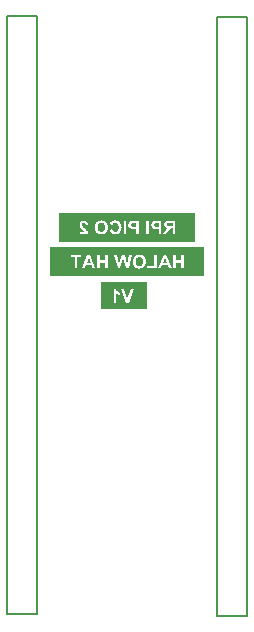
<source format=gbo>
G04*
G04 #@! TF.GenerationSoftware,Altium Limited,Altium Designer,24.1.2 (44)*
G04*
G04 Layer_Color=65280*
%FSLAX23Y23*%
%MOIN*%
G70*
G04*
G04 #@! TF.SameCoordinates,2B9B36D7-F7CC-424B-A3D7-6DE2A24948DF*
G04*
G04*
G04 #@! TF.FilePolarity,Positive*
G04*
G01*
G75*
%ADD13C,0.008*%
G36*
X719Y1299D02*
X266D01*
Y1394D01*
X719D01*
Y1299D01*
D02*
G37*
G36*
X557Y1073D02*
X403D01*
Y1163D01*
X557D01*
Y1073D01*
D02*
G37*
G36*
X748Y1183D02*
X236D01*
Y1281D01*
X748D01*
Y1183D01*
D02*
G37*
%LPC*%
G36*
X347Y1369D02*
X346D01*
X346Y1369D01*
X345Y1369D01*
X344Y1369D01*
X344Y1369D01*
X343Y1369D01*
X341Y1368D01*
X340Y1368D01*
X340Y1368D01*
X339Y1367D01*
X338Y1367D01*
X337Y1366D01*
X336Y1365D01*
X336Y1365D01*
X336Y1365D01*
X336Y1365D01*
X336Y1365D01*
X335Y1365D01*
X335Y1364D01*
X335Y1364D01*
X334Y1363D01*
X334Y1362D01*
X334Y1362D01*
X333Y1360D01*
X333Y1359D01*
X333Y1358D01*
X333Y1358D01*
X333Y1357D01*
Y1356D01*
X333Y1355D01*
X333Y1355D01*
X333Y1354D01*
X333Y1353D01*
X333Y1352D01*
X334Y1351D01*
Y1351D01*
X334Y1351D01*
X334Y1350D01*
X334Y1350D01*
X334Y1349D01*
X335Y1348D01*
X336Y1347D01*
X336Y1346D01*
X337Y1345D01*
X337Y1345D01*
X337Y1345D01*
X338Y1344D01*
X338Y1344D01*
X339Y1343D01*
X340Y1342D01*
X341Y1341D01*
X342Y1340D01*
X343Y1339D01*
X343Y1339D01*
X343Y1339D01*
X343Y1339D01*
X343Y1339D01*
X344Y1338D01*
X345Y1337D01*
X346Y1336D01*
X347Y1336D01*
X347Y1335D01*
X348Y1335D01*
X348Y1334D01*
X348Y1334D01*
X348Y1334D01*
X348Y1334D01*
X349Y1334D01*
X349Y1333D01*
X350Y1332D01*
X333D01*
Y1324D01*
X363D01*
Y1324D01*
X363Y1325D01*
X362Y1325D01*
X362Y1325D01*
X362Y1326D01*
X362Y1326D01*
X362Y1327D01*
X362Y1328D01*
X361Y1330D01*
X361Y1331D01*
X360Y1333D01*
X360Y1333D01*
X360Y1333D01*
X359Y1333D01*
X359Y1333D01*
X359Y1334D01*
X359Y1334D01*
X358Y1335D01*
X358Y1335D01*
X357Y1336D01*
X356Y1337D01*
X356Y1338D01*
X355Y1339D01*
X354Y1340D01*
X353Y1341D01*
X351Y1342D01*
X350Y1343D01*
X350Y1343D01*
X350Y1344D01*
X350Y1344D01*
X349Y1344D01*
X349Y1345D01*
X348Y1345D01*
X347Y1346D01*
X346Y1348D01*
X345Y1349D01*
X344Y1349D01*
X344Y1350D01*
X343Y1350D01*
X343Y1351D01*
Y1351D01*
X343Y1351D01*
X343Y1351D01*
X342Y1352D01*
X342Y1352D01*
X342Y1353D01*
X341Y1354D01*
X341Y1355D01*
X341Y1356D01*
Y1356D01*
Y1356D01*
Y1356D01*
X341Y1357D01*
X341Y1358D01*
X342Y1358D01*
X342Y1359D01*
X342Y1360D01*
X343Y1360D01*
X343Y1360D01*
X343Y1361D01*
X343Y1361D01*
X344Y1361D01*
X344Y1361D01*
X345Y1362D01*
X346Y1362D01*
X347Y1362D01*
X347D01*
X348Y1362D01*
X349Y1362D01*
X349Y1362D01*
X350Y1361D01*
X351Y1361D01*
X351Y1360D01*
X351Y1360D01*
X351Y1360D01*
X352Y1360D01*
X352Y1359D01*
X352Y1358D01*
X353Y1357D01*
X353Y1356D01*
X353Y1355D01*
X362Y1356D01*
Y1356D01*
X362Y1356D01*
X362Y1357D01*
X361Y1357D01*
X361Y1358D01*
X361Y1358D01*
X361Y1359D01*
X361Y1360D01*
X360Y1361D01*
X360Y1362D01*
X359Y1363D01*
X359Y1364D01*
X358Y1365D01*
X358Y1365D01*
X357Y1366D01*
X357Y1366D01*
X357Y1366D01*
X356Y1366D01*
X356Y1366D01*
X356Y1367D01*
X355Y1367D01*
X355Y1367D01*
X354Y1368D01*
X353Y1368D01*
X353Y1368D01*
X352Y1368D01*
X351Y1369D01*
X350Y1369D01*
X349Y1369D01*
X348Y1369D01*
X347Y1369D01*
D02*
G37*
G36*
X452Y1370D02*
X451D01*
X451Y1370D01*
X450D01*
X449Y1370D01*
X449Y1369D01*
X448Y1369D01*
X447Y1369D01*
X446Y1369D01*
X445Y1369D01*
X444Y1368D01*
X442Y1368D01*
X441Y1367D01*
X440Y1366D01*
X439Y1366D01*
X438Y1365D01*
X438Y1365D01*
X438Y1365D01*
X438Y1365D01*
X438Y1364D01*
X437Y1364D01*
X437Y1364D01*
X437Y1363D01*
X436Y1363D01*
X436Y1362D01*
X436Y1362D01*
X435Y1361D01*
X435Y1360D01*
X435Y1359D01*
X434Y1358D01*
X434Y1358D01*
X434Y1357D01*
X443Y1354D01*
Y1354D01*
X443Y1355D01*
X443Y1355D01*
X443Y1355D01*
X443Y1356D01*
X443Y1356D01*
X444Y1357D01*
X444Y1358D01*
X445Y1359D01*
X446Y1360D01*
X446Y1360D01*
X446Y1360D01*
X447Y1361D01*
X448Y1361D01*
X448Y1361D01*
X450Y1362D01*
X451Y1362D01*
X452Y1362D01*
X453D01*
X453Y1362D01*
X453Y1362D01*
X454Y1362D01*
X455Y1361D01*
X456Y1361D01*
X457Y1361D01*
X458Y1360D01*
X458Y1360D01*
X459Y1359D01*
X460Y1359D01*
X460Y1358D01*
X460Y1358D01*
X460Y1358D01*
X460Y1358D01*
X461Y1358D01*
X461Y1357D01*
X461Y1357D01*
X461Y1356D01*
X462Y1356D01*
X462Y1355D01*
X462Y1354D01*
X462Y1353D01*
X463Y1352D01*
X463Y1351D01*
X463Y1350D01*
X463Y1348D01*
X463Y1347D01*
Y1347D01*
Y1346D01*
Y1346D01*
X463Y1345D01*
X463Y1345D01*
X463Y1344D01*
X463Y1343D01*
X463Y1342D01*
X462Y1340D01*
X462Y1338D01*
X462Y1337D01*
X461Y1336D01*
X461Y1335D01*
X460Y1335D01*
X460Y1335D01*
X460Y1334D01*
X460Y1334D01*
X460Y1334D01*
X459Y1334D01*
X459Y1333D01*
X459Y1333D01*
X458Y1333D01*
X457Y1332D01*
X456Y1332D01*
X455Y1331D01*
X454Y1331D01*
X453Y1331D01*
X452Y1331D01*
X452D01*
X452Y1331D01*
X451Y1331D01*
X450Y1331D01*
X449Y1332D01*
X448Y1332D01*
X447Y1333D01*
X446Y1333D01*
X446Y1333D01*
X446Y1333D01*
X446Y1334D01*
X445Y1334D01*
X445Y1335D01*
X444Y1336D01*
X444Y1336D01*
X444Y1337D01*
X443Y1337D01*
X443Y1338D01*
X443Y1339D01*
X442Y1340D01*
X442Y1341D01*
X433Y1338D01*
Y1338D01*
X434Y1338D01*
X434Y1337D01*
X434Y1337D01*
X434Y1336D01*
X434Y1335D01*
X435Y1335D01*
X435Y1334D01*
X436Y1332D01*
X437Y1331D01*
X437Y1330D01*
X438Y1329D01*
X439Y1328D01*
X439Y1328D01*
X440Y1327D01*
X440Y1327D01*
X440Y1327D01*
X441Y1326D01*
X441Y1326D01*
X441Y1326D01*
X442Y1326D01*
X443Y1325D01*
X443Y1325D01*
X444Y1325D01*
X445Y1324D01*
X446Y1324D01*
X447Y1324D01*
X448Y1324D01*
X450Y1323D01*
X451Y1323D01*
X452Y1323D01*
X453D01*
X453Y1323D01*
X454Y1323D01*
X454Y1323D01*
X455Y1324D01*
X456Y1324D01*
X457Y1324D01*
X458Y1324D01*
X460Y1325D01*
X461Y1325D01*
X462Y1326D01*
X463Y1327D01*
X465Y1327D01*
X466Y1328D01*
X467Y1329D01*
X467Y1329D01*
X467Y1330D01*
X467Y1330D01*
X468Y1330D01*
X468Y1331D01*
X469Y1332D01*
X469Y1333D01*
X470Y1334D01*
X470Y1335D01*
X471Y1336D01*
X471Y1338D01*
X472Y1339D01*
X472Y1341D01*
X472Y1342D01*
X472Y1344D01*
X473Y1346D01*
Y1347D01*
X472Y1347D01*
X472Y1348D01*
X472Y1349D01*
X472Y1350D01*
X472Y1351D01*
X472Y1352D01*
X471Y1354D01*
X471Y1355D01*
X471Y1357D01*
X470Y1358D01*
X469Y1360D01*
X469Y1361D01*
X468Y1362D01*
X467Y1363D01*
X467Y1364D01*
X466Y1364D01*
X466Y1364D01*
X466Y1364D01*
X465Y1365D01*
X464Y1365D01*
X464Y1366D01*
X463Y1367D01*
X462Y1367D01*
X460Y1368D01*
X459Y1368D01*
X458Y1369D01*
X456Y1369D01*
X455Y1369D01*
X453Y1370D01*
X452Y1370D01*
D02*
G37*
G36*
X652Y1369D02*
X632D01*
X631Y1369D01*
X630D01*
X630Y1369D01*
X629Y1369D01*
X627Y1369D01*
X625Y1368D01*
X624Y1368D01*
X624Y1368D01*
X623Y1368D01*
X622Y1368D01*
X622D01*
X622Y1368D01*
X622Y1368D01*
X622Y1367D01*
X621Y1367D01*
X620Y1367D01*
X620Y1366D01*
X619Y1365D01*
X618Y1364D01*
X617Y1363D01*
Y1363D01*
X617Y1363D01*
X617Y1363D01*
X617Y1363D01*
X617Y1363D01*
X616Y1362D01*
X616Y1361D01*
X616Y1360D01*
X615Y1359D01*
X615Y1358D01*
X615Y1356D01*
Y1356D01*
Y1356D01*
Y1356D01*
X615Y1355D01*
X615Y1355D01*
X615Y1355D01*
X615Y1354D01*
X615Y1353D01*
X616Y1352D01*
X616Y1351D01*
X617Y1350D01*
X617Y1349D01*
X618Y1349D01*
X618Y1348D01*
X618Y1348D01*
X618Y1348D01*
X618Y1348D01*
X619Y1347D01*
X619Y1347D01*
X619Y1347D01*
X620Y1347D01*
X620Y1346D01*
X621Y1346D01*
X622Y1345D01*
X622Y1345D01*
X623Y1345D01*
X624Y1345D01*
X625Y1344D01*
X626Y1344D01*
X627Y1344D01*
X627D01*
X627Y1344D01*
X626Y1344D01*
X626Y1343D01*
X625Y1343D01*
X624Y1342D01*
X624Y1341D01*
X623Y1341D01*
X622Y1340D01*
X622Y1340D01*
X622Y1340D01*
X621Y1339D01*
X621Y1339D01*
X621Y1338D01*
X620Y1338D01*
X620Y1337D01*
X620Y1337D01*
X619Y1336D01*
X619Y1335D01*
X618Y1335D01*
X618Y1334D01*
X617Y1333D01*
X611Y1324D01*
X622D01*
X629Y1334D01*
X629Y1334D01*
X629Y1334D01*
X629Y1334D01*
X629Y1335D01*
X630Y1335D01*
X630Y1336D01*
X631Y1337D01*
X631Y1338D01*
X632Y1339D01*
X633Y1339D01*
X633Y1340D01*
X633Y1340D01*
X634Y1340D01*
X634Y1340D01*
X634Y1341D01*
X634Y1341D01*
X634Y1341D01*
X635Y1341D01*
X635Y1342D01*
X636Y1342D01*
X636Y1342D01*
X636D01*
X637Y1342D01*
X637Y1342D01*
X637Y1343D01*
X638Y1343D01*
X639Y1343D01*
X640Y1343D01*
X643D01*
Y1324D01*
X652D01*
Y1369D01*
D02*
G37*
G36*
X606D02*
X590D01*
X589Y1369D01*
X588D01*
X586Y1369D01*
X584Y1369D01*
X583Y1369D01*
X582Y1368D01*
X582Y1368D01*
X581Y1368D01*
X581D01*
X581Y1368D01*
X581Y1368D01*
X581Y1368D01*
X580Y1368D01*
X580Y1368D01*
X579Y1367D01*
X578Y1367D01*
X577Y1366D01*
X576Y1365D01*
X575Y1364D01*
X575Y1364D01*
X575Y1364D01*
X575Y1363D01*
X574Y1363D01*
X574Y1363D01*
X574Y1362D01*
X574Y1362D01*
X573Y1361D01*
X573Y1361D01*
X573Y1360D01*
X573Y1359D01*
X573Y1359D01*
X572Y1357D01*
X572Y1356D01*
Y1354D01*
X572Y1354D01*
Y1354D01*
X572Y1353D01*
X573Y1352D01*
X573Y1350D01*
X573Y1349D01*
X574Y1348D01*
Y1348D01*
X574Y1348D01*
X574Y1348D01*
X574Y1347D01*
X575Y1347D01*
X575Y1346D01*
X576Y1345D01*
X577Y1344D01*
X578Y1344D01*
X578Y1344D01*
X578Y1343D01*
X578Y1343D01*
X579Y1343D01*
X580Y1342D01*
X580Y1342D01*
X581Y1342D01*
X582Y1342D01*
X582D01*
X583Y1342D01*
X583Y1341D01*
X583Y1341D01*
X584D01*
X584Y1341D01*
X585Y1341D01*
X585Y1341D01*
X586Y1341D01*
X587Y1341D01*
X588Y1341D01*
X588Y1341D01*
X589D01*
X590Y1341D01*
X597D01*
Y1324D01*
X606D01*
Y1369D01*
D02*
G37*
G36*
X565D02*
X556D01*
Y1324D01*
X565D01*
Y1369D01*
D02*
G37*
G36*
X530D02*
X514D01*
X513Y1369D01*
X511D01*
X509Y1369D01*
X507Y1369D01*
X507Y1369D01*
X506Y1368D01*
X505Y1368D01*
X505Y1368D01*
X505D01*
X505Y1368D01*
X504Y1368D01*
X504Y1368D01*
X504Y1368D01*
X503Y1368D01*
X503Y1367D01*
X502Y1367D01*
X500Y1366D01*
X499Y1365D01*
X498Y1364D01*
X498Y1364D01*
X498Y1364D01*
X498Y1363D01*
X498Y1363D01*
X498Y1363D01*
X498Y1362D01*
X497Y1362D01*
X497Y1361D01*
X497Y1361D01*
X497Y1360D01*
X496Y1359D01*
X496Y1359D01*
X496Y1357D01*
X496Y1356D01*
Y1354D01*
X496Y1354D01*
Y1354D01*
X496Y1353D01*
X496Y1352D01*
X496Y1350D01*
X497Y1349D01*
X497Y1348D01*
Y1348D01*
X497Y1348D01*
X498Y1348D01*
X498Y1347D01*
X498Y1347D01*
X499Y1346D01*
X500Y1345D01*
X500Y1344D01*
X501Y1344D01*
X501Y1344D01*
X501Y1343D01*
X502Y1343D01*
X503Y1343D01*
X503Y1342D01*
X504Y1342D01*
X505Y1342D01*
X506Y1342D01*
X506D01*
X506Y1342D01*
X506Y1341D01*
X507Y1341D01*
X507D01*
X508Y1341D01*
X508Y1341D01*
X509Y1341D01*
X509Y1341D01*
X510Y1341D01*
X511Y1341D01*
X512Y1341D01*
X513D01*
X514Y1341D01*
X521D01*
Y1324D01*
X530D01*
Y1369D01*
D02*
G37*
G36*
X489D02*
X480D01*
Y1324D01*
X489D01*
Y1369D01*
D02*
G37*
G36*
X406Y1370D02*
X405D01*
X405Y1370D01*
X404Y1370D01*
X403Y1370D01*
X402Y1369D01*
X401Y1369D01*
X400Y1369D01*
X399Y1369D01*
X398Y1368D01*
X396Y1368D01*
X395Y1367D01*
X394Y1366D01*
X392Y1366D01*
X391Y1365D01*
X390Y1364D01*
X390Y1363D01*
X390Y1363D01*
X389Y1363D01*
X389Y1362D01*
X389Y1362D01*
X388Y1361D01*
X388Y1360D01*
X387Y1359D01*
X386Y1358D01*
X386Y1357D01*
X385Y1355D01*
X385Y1354D01*
X385Y1352D01*
X384Y1350D01*
X384Y1348D01*
X384Y1346D01*
Y1346D01*
X384Y1345D01*
X384Y1345D01*
X384Y1344D01*
X384Y1343D01*
X385Y1341D01*
X385Y1340D01*
X385Y1339D01*
X386Y1337D01*
X386Y1336D01*
X387Y1335D01*
X387Y1333D01*
X388Y1332D01*
X389Y1331D01*
X390Y1329D01*
X390Y1329D01*
X390Y1329D01*
X391Y1329D01*
X391Y1328D01*
X392Y1328D01*
X392Y1327D01*
X393Y1327D01*
X394Y1326D01*
X395Y1326D01*
X396Y1325D01*
X398Y1325D01*
X399Y1324D01*
X401Y1324D01*
X402Y1324D01*
X404Y1323D01*
X406Y1323D01*
X406D01*
X407Y1323D01*
X407Y1323D01*
X408Y1323D01*
X409Y1324D01*
X410Y1324D01*
X411Y1324D01*
X413Y1324D01*
X414Y1325D01*
X415Y1325D01*
X417Y1326D01*
X418Y1326D01*
X419Y1327D01*
X420Y1328D01*
X422Y1329D01*
X422Y1329D01*
X422Y1330D01*
X422Y1330D01*
X423Y1330D01*
X423Y1331D01*
X423Y1332D01*
X424Y1333D01*
X425Y1334D01*
X425Y1335D01*
X426Y1336D01*
X426Y1337D01*
X427Y1339D01*
X427Y1341D01*
X427Y1342D01*
X427Y1344D01*
X428Y1346D01*
Y1347D01*
X427Y1347D01*
Y1348D01*
X427Y1349D01*
X427Y1349D01*
X427Y1350D01*
X427Y1352D01*
X427Y1354D01*
X426Y1356D01*
X425Y1358D01*
Y1358D01*
X425Y1358D01*
X425Y1358D01*
X425Y1358D01*
X425Y1359D01*
X424Y1360D01*
X424Y1361D01*
X423Y1362D01*
X422Y1363D01*
X421Y1364D01*
X421Y1364D01*
X421Y1364D01*
X421Y1364D01*
X420Y1365D01*
X420Y1365D01*
X419Y1366D01*
X418Y1367D01*
X417Y1367D01*
X416Y1368D01*
X415D01*
X415Y1368D01*
X415Y1368D01*
X415Y1368D01*
X414Y1368D01*
X414Y1368D01*
X413Y1369D01*
X413Y1369D01*
X412Y1369D01*
X411Y1369D01*
X410Y1369D01*
X408Y1370D01*
X406Y1370D01*
D02*
G37*
%LPD*%
G36*
X643Y1350D02*
X634D01*
X634Y1350D01*
X633D01*
X631Y1350D01*
X630Y1350D01*
X629Y1350D01*
X629Y1350D01*
X628Y1350D01*
X628Y1350D01*
X628D01*
X628Y1351D01*
X627Y1351D01*
X627Y1351D01*
X627Y1351D01*
X626Y1351D01*
X626Y1352D01*
X625Y1352D01*
X625Y1352D01*
X625Y1353D01*
X625Y1353D01*
X625Y1353D01*
X625Y1354D01*
X624Y1354D01*
X624Y1355D01*
X624Y1356D01*
Y1356D01*
Y1356D01*
X624Y1357D01*
X625Y1357D01*
X625Y1358D01*
X625Y1358D01*
X625Y1359D01*
X626Y1359D01*
X626Y1359D01*
X626Y1360D01*
X626Y1360D01*
X626Y1360D01*
X627Y1360D01*
X628Y1361D01*
X628Y1361D01*
X629Y1361D01*
X629D01*
X629Y1361D01*
X630D01*
X630Y1361D01*
X632D01*
X632Y1361D01*
X643D01*
Y1350D01*
D02*
G37*
G36*
X597Y1349D02*
X591D01*
X591Y1349D01*
X590Y1349D01*
X588Y1349D01*
X587Y1349D01*
X587Y1349D01*
X586Y1349D01*
X586Y1349D01*
X585Y1349D01*
X585Y1349D01*
X585Y1349D01*
X585Y1350D01*
X584Y1350D01*
X584Y1350D01*
X583Y1350D01*
X583Y1351D01*
X583Y1351D01*
X583Y1351D01*
X582Y1352D01*
X582Y1352D01*
X582Y1352D01*
X582Y1353D01*
X582Y1354D01*
X582Y1354D01*
X582Y1355D01*
Y1355D01*
Y1355D01*
X582Y1356D01*
X582Y1356D01*
X582Y1357D01*
X582Y1358D01*
X583Y1358D01*
X583Y1359D01*
X583Y1359D01*
X583Y1359D01*
X584Y1359D01*
X584Y1360D01*
X585Y1360D01*
X585Y1360D01*
X586Y1361D01*
X587Y1361D01*
X587D01*
X587Y1361D01*
X587Y1361D01*
X588Y1361D01*
X588Y1361D01*
X589D01*
X589Y1361D01*
X591D01*
X591Y1361D01*
X597D01*
Y1349D01*
D02*
G37*
G36*
X521D02*
X515D01*
X514Y1349D01*
X513Y1349D01*
X512Y1349D01*
X511Y1349D01*
X510Y1349D01*
X510Y1349D01*
X509Y1349D01*
X509Y1349D01*
X509Y1349D01*
X509Y1349D01*
X508Y1350D01*
X508Y1350D01*
X507Y1350D01*
X507Y1350D01*
X506Y1351D01*
X506Y1351D01*
X506Y1351D01*
X506Y1352D01*
X506Y1352D01*
X506Y1352D01*
X505Y1353D01*
X505Y1354D01*
X505Y1354D01*
X505Y1355D01*
Y1355D01*
Y1355D01*
X505Y1356D01*
X505Y1356D01*
X505Y1357D01*
X506Y1358D01*
X506Y1358D01*
X506Y1359D01*
X507Y1359D01*
X507Y1359D01*
X507Y1359D01*
X507Y1360D01*
X508Y1360D01*
X509Y1360D01*
X509Y1361D01*
X510Y1361D01*
X510D01*
X510Y1361D01*
X511Y1361D01*
X512Y1361D01*
X512Y1361D01*
X512D01*
X513Y1361D01*
X514D01*
X515Y1361D01*
X521D01*
Y1349D01*
D02*
G37*
G36*
X407Y1362D02*
X407Y1362D01*
X408Y1362D01*
X408Y1362D01*
X409Y1361D01*
X410Y1361D01*
X411Y1361D01*
X412Y1360D01*
X413Y1360D01*
X413Y1359D01*
X414Y1359D01*
X415Y1358D01*
X415Y1358D01*
X415Y1358D01*
X415Y1358D01*
X415Y1357D01*
X416Y1357D01*
X416Y1356D01*
X416Y1356D01*
X416Y1355D01*
X417Y1354D01*
X417Y1354D01*
X417Y1353D01*
X418Y1352D01*
X418Y1350D01*
X418Y1349D01*
X418Y1348D01*
X418Y1346D01*
Y1346D01*
Y1346D01*
Y1346D01*
X418Y1345D01*
X418Y1345D01*
X418Y1344D01*
X418Y1343D01*
X418Y1342D01*
X417Y1340D01*
X417Y1339D01*
X417Y1338D01*
X416Y1337D01*
X416Y1337D01*
X415Y1336D01*
X415Y1335D01*
X415Y1335D01*
X414Y1335D01*
X414Y1335D01*
X414Y1334D01*
X414Y1334D01*
X413Y1334D01*
X413Y1333D01*
X412Y1333D01*
X412Y1333D01*
X411Y1332D01*
X410Y1332D01*
X409Y1332D01*
X409Y1331D01*
X408Y1331D01*
X407Y1331D01*
X406Y1331D01*
X405D01*
X405Y1331D01*
X404Y1331D01*
X404Y1331D01*
X403Y1331D01*
X403Y1331D01*
X401Y1332D01*
X400Y1332D01*
X400Y1333D01*
X399Y1333D01*
X398Y1334D01*
X398Y1334D01*
X397Y1335D01*
X397Y1335D01*
X397Y1335D01*
X397Y1335D01*
X396Y1336D01*
X396Y1336D01*
X396Y1337D01*
X395Y1337D01*
X395Y1338D01*
X395Y1339D01*
X395Y1339D01*
X394Y1340D01*
X394Y1341D01*
X394Y1343D01*
X394Y1344D01*
X393Y1345D01*
X393Y1347D01*
Y1347D01*
Y1347D01*
Y1347D01*
X393Y1348D01*
X394Y1349D01*
X394Y1349D01*
X394Y1350D01*
X394Y1351D01*
X394Y1353D01*
X395Y1354D01*
X395Y1355D01*
X395Y1356D01*
X396Y1357D01*
X396Y1357D01*
X397Y1358D01*
X397Y1358D01*
X397Y1358D01*
X397Y1358D01*
X397Y1359D01*
X398Y1359D01*
X398Y1359D01*
X399Y1360D01*
X399Y1360D01*
X400Y1360D01*
X400Y1361D01*
X401Y1361D01*
X402Y1361D01*
X403Y1362D01*
X404Y1362D01*
X405Y1362D01*
X406Y1362D01*
X406D01*
X407Y1362D01*
D02*
G37*
%LPC*%
G36*
X454Y1141D02*
X447D01*
Y1096D01*
X456D01*
Y1128D01*
X456Y1128D01*
X456Y1128D01*
X456Y1128D01*
X457Y1127D01*
X457Y1127D01*
X458Y1126D01*
X458Y1126D01*
X459Y1125D01*
X460Y1125D01*
X460Y1124D01*
X461Y1124D01*
X462Y1123D01*
X465Y1122D01*
X467Y1121D01*
Y1129D01*
X467D01*
X467Y1129D01*
X466Y1129D01*
X466Y1130D01*
X466Y1130D01*
X466Y1130D01*
X465Y1130D01*
X464Y1131D01*
X462Y1131D01*
X461Y1132D01*
X460Y1133D01*
X460Y1133D01*
X459Y1134D01*
X459Y1134D01*
X459Y1134D01*
X459Y1134D01*
X458Y1135D01*
X457Y1135D01*
X456Y1137D01*
X456Y1138D01*
X455Y1139D01*
X454Y1140D01*
X454Y1141D01*
D02*
G37*
G36*
X513Y1140D02*
X504D01*
X492Y1107D01*
X481Y1140D01*
X472D01*
X488Y1096D01*
X498D01*
X513Y1140D01*
D02*
G37*
G36*
X680Y1255D02*
X671D01*
Y1237D01*
X654D01*
Y1255D01*
X645D01*
Y1210D01*
X654D01*
Y1229D01*
X671D01*
Y1210D01*
X680D01*
Y1255D01*
D02*
G37*
G36*
X427D02*
X418D01*
Y1237D01*
X400D01*
Y1255D01*
X391D01*
Y1210D01*
X400D01*
Y1229D01*
X418D01*
Y1210D01*
X427D01*
Y1255D01*
D02*
G37*
G36*
X507D02*
X498D01*
X491Y1224D01*
X483Y1255D01*
X473D01*
X465Y1223D01*
X458Y1255D01*
X449D01*
X460Y1210D01*
X469D01*
X478Y1243D01*
X487Y1210D01*
X497D01*
X507Y1255D01*
D02*
G37*
G36*
X622D02*
X613D01*
X595Y1210D01*
X605D01*
X609Y1220D01*
X627D01*
X630Y1210D01*
X640D01*
X622Y1255D01*
D02*
G37*
G36*
X590Y1254D02*
X581D01*
Y1217D01*
X558D01*
Y1210D01*
X590D01*
Y1254D01*
D02*
G37*
G36*
X369Y1255D02*
X359D01*
X341Y1210D01*
X351D01*
X355Y1220D01*
X373D01*
X376Y1210D01*
X386D01*
X369Y1255D01*
D02*
G37*
G36*
X339D02*
X304D01*
Y1247D01*
X317D01*
Y1210D01*
X326D01*
Y1247D01*
X339D01*
Y1255D01*
D02*
G37*
G36*
X532Y1256D02*
X532D01*
X531Y1255D01*
X530Y1255D01*
X529Y1255D01*
X529Y1255D01*
X527Y1255D01*
X526Y1255D01*
X525Y1254D01*
X524Y1254D01*
X522Y1254D01*
X521Y1253D01*
X520Y1252D01*
X519Y1251D01*
X517Y1250D01*
X516Y1249D01*
X516Y1249D01*
X516Y1249D01*
X516Y1249D01*
X515Y1248D01*
X515Y1248D01*
X514Y1247D01*
X514Y1246D01*
X513Y1245D01*
X513Y1244D01*
X512Y1242D01*
X512Y1241D01*
X511Y1239D01*
X511Y1238D01*
X510Y1236D01*
X510Y1234D01*
X510Y1232D01*
Y1232D01*
X510Y1231D01*
X510Y1230D01*
X510Y1229D01*
X510Y1228D01*
X511Y1227D01*
X511Y1226D01*
X511Y1225D01*
X512Y1223D01*
X512Y1222D01*
X513Y1220D01*
X513Y1219D01*
X514Y1218D01*
X515Y1216D01*
X516Y1215D01*
X516Y1215D01*
X516Y1215D01*
X517Y1215D01*
X517Y1214D01*
X518Y1214D01*
X519Y1213D01*
X519Y1213D01*
X520Y1212D01*
X521Y1212D01*
X523Y1211D01*
X524Y1210D01*
X525Y1210D01*
X527Y1210D01*
X528Y1209D01*
X530Y1209D01*
X532Y1209D01*
X532D01*
X533Y1209D01*
X534Y1209D01*
X534Y1209D01*
X535Y1209D01*
X536Y1210D01*
X538Y1210D01*
X539Y1210D01*
X540Y1211D01*
X541Y1211D01*
X543Y1212D01*
X544Y1212D01*
X545Y1213D01*
X547Y1214D01*
X548Y1215D01*
X548Y1215D01*
X548Y1215D01*
X548Y1216D01*
X549Y1216D01*
X549Y1217D01*
X550Y1218D01*
X550Y1218D01*
X551Y1220D01*
X551Y1221D01*
X552Y1222D01*
X552Y1223D01*
X553Y1225D01*
X553Y1226D01*
X553Y1228D01*
X554Y1230D01*
X554Y1232D01*
Y1233D01*
X554Y1233D01*
Y1234D01*
X554Y1234D01*
X553Y1235D01*
X553Y1236D01*
X553Y1238D01*
X553Y1240D01*
X552Y1242D01*
X552Y1244D01*
Y1244D01*
X552Y1244D01*
X551Y1244D01*
X551Y1244D01*
X551Y1245D01*
X550Y1246D01*
X550Y1247D01*
X549Y1248D01*
X548Y1249D01*
X547Y1250D01*
X547Y1250D01*
X547Y1250D01*
X547Y1250D01*
X546Y1251D01*
X546Y1251D01*
X545Y1252D01*
X544Y1252D01*
X543Y1253D01*
X542Y1254D01*
X542D01*
X542Y1254D01*
X541Y1254D01*
X541Y1254D01*
X541Y1254D01*
X540Y1254D01*
X540Y1254D01*
X539Y1255D01*
X538Y1255D01*
X537Y1255D01*
X536Y1255D01*
X534Y1255D01*
X532Y1256D01*
D02*
G37*
%LPD*%
G36*
X624Y1228D02*
X612D01*
X618Y1244D01*
X624Y1228D01*
D02*
G37*
G36*
X370D02*
X358D01*
X364Y1244D01*
X370Y1228D01*
D02*
G37*
G36*
X533Y1248D02*
X533Y1248D01*
X534Y1248D01*
X534Y1247D01*
X535Y1247D01*
X537Y1247D01*
X537Y1247D01*
X538Y1246D01*
X539Y1246D01*
X540Y1245D01*
X540Y1245D01*
X541Y1244D01*
X541Y1244D01*
X541Y1244D01*
X541Y1244D01*
X541Y1243D01*
X542Y1243D01*
X542Y1242D01*
X542Y1242D01*
X543Y1241D01*
X543Y1240D01*
X543Y1239D01*
X544Y1238D01*
X544Y1237D01*
X544Y1236D01*
X544Y1235D01*
X544Y1234D01*
X544Y1232D01*
Y1232D01*
Y1232D01*
Y1232D01*
X544Y1231D01*
X544Y1230D01*
X544Y1230D01*
X544Y1229D01*
X544Y1228D01*
X543Y1226D01*
X543Y1225D01*
X543Y1224D01*
X542Y1223D01*
X542Y1222D01*
X541Y1221D01*
X541Y1221D01*
X541Y1221D01*
X541Y1221D01*
X540Y1220D01*
X540Y1220D01*
X540Y1220D01*
X539Y1219D01*
X539Y1219D01*
X538Y1219D01*
X538Y1218D01*
X537Y1218D01*
X536Y1218D01*
X536Y1217D01*
X535Y1217D01*
X534Y1217D01*
X533Y1217D01*
X532Y1217D01*
X531D01*
X531Y1217D01*
X531Y1217D01*
X530Y1217D01*
X529Y1217D01*
X529Y1217D01*
X527Y1218D01*
X527Y1218D01*
X526Y1218D01*
X525Y1219D01*
X524Y1219D01*
X524Y1220D01*
X523Y1221D01*
X523Y1221D01*
X523Y1221D01*
X523Y1221D01*
X522Y1221D01*
X522Y1222D01*
X522Y1222D01*
X522Y1223D01*
X521Y1224D01*
X521Y1224D01*
X521Y1225D01*
X520Y1226D01*
X520Y1227D01*
X520Y1228D01*
X520Y1230D01*
X520Y1231D01*
X520Y1232D01*
Y1233D01*
Y1233D01*
Y1233D01*
X520Y1234D01*
X520Y1234D01*
X520Y1235D01*
X520Y1236D01*
X520Y1237D01*
X520Y1239D01*
X521Y1240D01*
X521Y1241D01*
X521Y1241D01*
X522Y1242D01*
X522Y1243D01*
X523Y1244D01*
X523Y1244D01*
X523Y1244D01*
X523Y1244D01*
X524Y1244D01*
X524Y1245D01*
X524Y1245D01*
X525Y1245D01*
X525Y1246D01*
X526Y1246D01*
X527Y1247D01*
X527Y1247D01*
X528Y1247D01*
X529Y1247D01*
X530Y1248D01*
X531Y1248D01*
X532Y1248D01*
X532D01*
X533Y1248D01*
D02*
G37*
D13*
X92Y57D02*
X192D01*
X92Y2052D02*
X192D01*
X92Y57D02*
Y2052D01*
X192Y57D02*
Y2052D01*
X792Y52D02*
Y2047D01*
X892Y52D02*
Y2047D01*
X792Y52D02*
X892D01*
X792Y2047D02*
X892D01*
M02*

</source>
